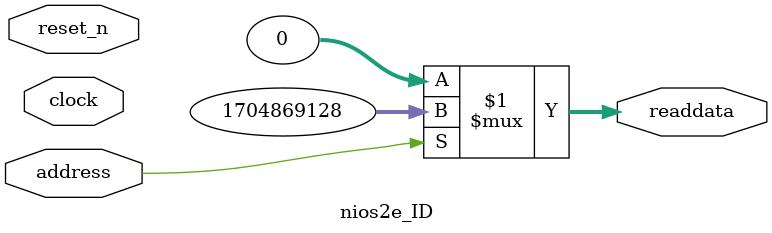
<source format=v>



// synthesis translate_off
`timescale 1ns / 1ps
// synthesis translate_on

// turn off superfluous verilog processor warnings 
// altera message_level Level1 
// altera message_off 10034 10035 10036 10037 10230 10240 10030 

module nios2e_ID (
               // inputs:
                address,
                clock,
                reset_n,

               // outputs:
                readdata
             )
;

  output  [ 31: 0] readdata;
  input            address;
  input            clock;
  input            reset_n;

  wire    [ 31: 0] readdata;
  //control_slave, which is an e_avalon_slave
  assign readdata = address ? 1704869128 : 0;

endmodule



</source>
